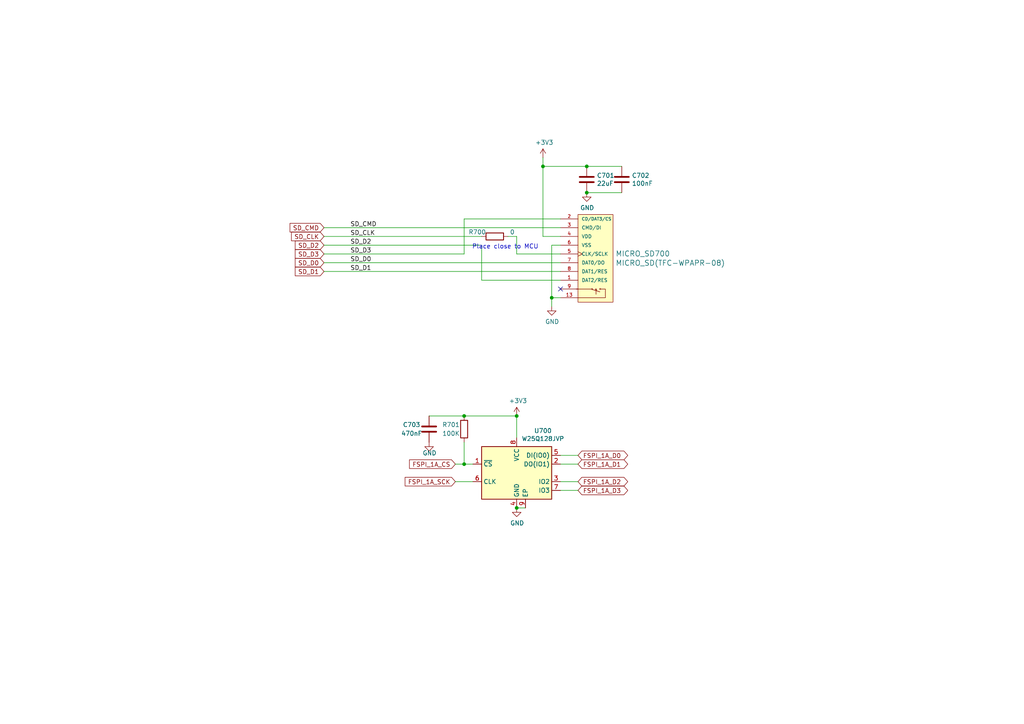
<source format=kicad_sch>
(kicad_sch (version 20210126) (generator eeschema)
  (paper "A4")
  (title_block (title "Fobu") (date "2021-02-17") (rev "0.3") (company "Wenting Zhang") (comment 1 "zephray@outlook.com"))
  (lib_symbols
    (symbol "Device:C" (pin_numbers hide) (pin_names (offset 0.254))
      (property "Reference" "C" (at 0.635 2.54 0))
      (property "Value" "C" (at 0.635 -2.54 0))
      (symbol "C_0_1"
        (polyline (pts (xy -2.032 -0.762) (xy 2.032 -0.762)) (stroke (width 0.508)))
        (polyline (pts (xy -2.032 0.762) (xy 2.032 0.762)) (stroke (width 0.508)))
      )
      (symbol "C_1_1"
        (pin passive line (at 0 3.81 270) (length 2.794) (name "~") (number "1"))
        (pin passive line (at 0 -3.81 90) (length 2.794) (name "~") (number "2"))
      )
    )
    (symbol "Device:R" (pin_numbers hide) (pin_names (offset 0))
      (property "Reference" "R" (at 2.032 0 90))
      (property "Value" "R" (at 0 0 90))
      (symbol "R_0_1"
        (rectangle (start -1.016 -2.54) (end 1.016 2.54) (stroke (width 0.254)))
      )
      (symbol "R_1_1"
        (pin passive line (at 0 3.81 270) (length 1.27) (name "~") (number "1"))
        (pin passive line (at 0 -3.81 90) (length 1.27) (name "~") (number "2"))
      )
    )
    (symbol "Memory_Flash:W25Q32JVZP"
      (property "Reference" "U" (at -8.89 8.89 0))
      (property "Value" "W25Q32JVZP" (at 7.62 8.89 0))
      (symbol "W25Q32JVZP_0_1"
        (rectangle (start -10.16 7.62) (end 10.16 -7.62) (stroke (width 0.254)) (fill (type background)))
      )
      (symbol "W25Q32JVZP_1_1"
        (pin input line (at -12.7 2.54 0) (length 2.54) (name "~CS") (number "1"))
        (pin bidirectional line (at 12.7 2.54 180) (length 2.54) (name "DO(IO1)") (number "2"))
        (pin bidirectional line (at 12.7 -2.54 180) (length 2.54) (name "IO2") (number "3"))
        (pin power_in line (at 0 -10.16 90) (length 2.54) (name "GND") (number "4"))
        (pin bidirectional line (at 12.7 5.08 180) (length 2.54) (name "DI(IO0)") (number "5"))
        (pin input line (at -12.7 -2.54 0) (length 2.54) (name "CLK") (number "6"))
        (pin bidirectional line (at 12.7 -5.08 180) (length 2.54) (name "IO3") (number "7"))
        (pin power_in line (at 0 10.16 270) (length 2.54) (name "VCC") (number "8"))
        (pin passive line (at 2.54 -10.16 90) (length 2.54) (name "EP") (number "9"))
      )
    )
    (symbol "power:+3V3" (power) (pin_names (offset 0))
      (property "Value" "+3V3" (at 0 3.556 0))
      (symbol "+3V3_0_1"
        (polyline (pts (xy -0.762 1.27) (xy 0 2.54)))
        (polyline (pts (xy 0 0) (xy 0 2.54)))
        (polyline (pts (xy 0 2.54) (xy 0.762 1.27)))
      )
      (symbol "+3V3_1_1"
        (pin power_in line (at 0 0 90) (length 0) hide (name "+3V3") (number "1"))
      )
    )
    (symbol "power:GND" (power) (pin_names (offset 0))
      (property "Value" "GND" (at 0 -3.81 0))
      (symbol "GND_0_1"
        (polyline (pts (xy 0 0) (xy 0 -1.27) (xy 1.27 -1.27) (xy 0 -2.54) (xy -1.27 -1.27) (xy 0 -1.27)))
      )
      (symbol "GND_1_1"
        (pin power_in line (at 0 0 270) (length 0) hide (name "GND") (number "1"))
      )
    )
    (symbol "symbols:MICRO_SD(TFC-WPAPR-08)" (pin_names (offset 1.016))
      (property "Reference" "MICRO_SD" (at 2.54 15.24 0))
      (property "Value" "MICRO_SD(TFC-WPAPR-08)" (at 0 -12.7 0))
      (symbol "MICRO_SD(TFC-WPAPR-08)_0_0"
        (rectangle (start -2.54 13.97) (end 7.62 -11.43) (fill (type background)))
        (polyline (pts (xy 2.6416 -7.5946) (xy 2.4638 -7.8994)))
        (polyline (pts (xy 2.6924 -7.6962) (xy 2.6924 -9.1694)))
        (polyline (pts (xy 2.667 -7.5438) (xy 2.921 -7.9756) (xy 2.8956 -7.9756)))
      )
      (symbol "MICRO_SD(TFC-WPAPR-08)_0_1"
        (circle (center 1.5494 -7.6454) (radius 0.1524))
        (circle (center 3.8862 -7.62) (radius 0.1524))
        (polyline (pts (xy -3.048 -7.6454) (xy 1.2954 -7.6454)))
        (polyline (pts (xy 1.7018 -7.7978) (xy 3.81 -8.4582)))
        (polyline (pts (xy -3.1496 -10.16) (xy 5.4102 -10.16) (xy 5.4102 -7.6454) (xy 4.1402 -7.6454)))
      )
      (symbol "MICRO_SD(TFC-WPAPR-08)_1_1"
        (pin bidirectional line (at -7.62 -5.08 0) (length 5.08) (name "DAT2/RES") (number "1"))
        (pin passive line (at -7.62 -10.16 0) (length 5.08) hide (name "~") (number "10"))
        (pin passive line (at -7.62 -10.16 0) (length 5.08) hide (name "~") (number "11"))
        (pin passive line (at -7.62 -10.16 0) (length 5.08) hide (name "~") (number "12"))
        (pin passive line (at -7.62 -10.16 0) (length 5.08) (name "~") (number "13"))
        (pin bidirectional line (at -7.62 12.7 0) (length 5.08) (name "CD/DAT3/CS") (number "2"))
        (pin input line (at -7.62 10.16 0) (length 5.08) (name "CMD/DI") (number "3"))
        (pin power_in line (at -7.62 7.62 0) (length 5.08) (name "VDD") (number "4"))
        (pin input clock (at -7.62 2.54 0) (length 5.08) (name "CLK/SCLK") (number "5"))
        (pin power_in line (at -7.62 5.08 0) (length 5.08) (name "VSS") (number "6"))
        (pin bidirectional line (at -7.62 0 0) (length 5.08) (name "DAT0/DO") (number "7"))
        (pin bidirectional line (at -7.62 -2.54 0) (length 5.08) (name "DAT1/RES") (number "8"))
        (pin passive line (at -7.62 -7.62 0) (length 5.08) (name "~") (number "9"))
      )
    )
  )
  (junction (at 134.62 120.65) (diameter 0.9144))
  (junction (at 134.62 134.62) (diameter 0.9144))
  (junction (at 149.86 120.65) (diameter 0.9144))
  (junction (at 149.86 147.32) (diameter 0.9144))
  (junction (at 157.48 48.26) (diameter 0.9144))
  (junction (at 160.02 86.36) (diameter 0.9144))
  (junction (at 170.18 48.26) (diameter 0.9144))
  (junction (at 170.18 55.88) (diameter 0.9144))
  (no_connect (at 162.56 83.82))
  (wire (pts (xy 93.98 66.04) (xy 162.56 66.04)))
  (wire (pts (xy 93.98 68.58) (xy 139.7 68.58)))
  (wire (pts (xy 93.98 71.12) (xy 139.7 71.12)))
  (wire (pts (xy 93.98 73.66) (xy 134.62 73.66)))
  (wire (pts (xy 93.98 76.2) (xy 162.56 76.2)))
  (wire (pts (xy 93.98 78.74) (xy 162.56 78.74)))
  (wire (pts (xy 124.46 120.65) (xy 134.62 120.65)))
  (wire (pts (xy 132.08 134.62) (xy 134.62 134.62)))
  (wire (pts (xy 132.08 139.7) (xy 137.16 139.7)))
  (wire (pts (xy 134.62 63.5) (xy 162.56 63.5)))
  (wire (pts (xy 134.62 73.66) (xy 134.62 63.5)))
  (wire (pts (xy 134.62 120.65) (xy 149.86 120.65)))
  (wire (pts (xy 134.62 128.27) (xy 134.62 134.62)))
  (wire (pts (xy 134.62 134.62) (xy 137.16 134.62)))
  (wire (pts (xy 139.7 71.12) (xy 139.7 81.28)))
  (wire (pts (xy 139.7 81.28) (xy 162.56 81.28)))
  (wire (pts (xy 147.32 68.58) (xy 149.86 68.58)))
  (wire (pts (xy 149.86 68.58) (xy 149.86 73.66)))
  (wire (pts (xy 149.86 73.66) (xy 162.56 73.66)))
  (wire (pts (xy 149.86 127) (xy 149.86 120.65)))
  (wire (pts (xy 152.4 147.32) (xy 149.86 147.32)))
  (wire (pts (xy 157.48 45.72) (xy 157.48 48.26)))
  (wire (pts (xy 157.48 48.26) (xy 170.18 48.26)))
  (wire (pts (xy 157.48 68.58) (xy 157.48 48.26)))
  (wire (pts (xy 157.48 68.58) (xy 162.56 68.58)))
  (wire (pts (xy 160.02 71.12) (xy 160.02 86.36)))
  (wire (pts (xy 160.02 86.36) (xy 160.02 88.9)))
  (wire (pts (xy 162.56 71.12) (xy 160.02 71.12)))
  (wire (pts (xy 162.56 86.36) (xy 160.02 86.36)))
  (wire (pts (xy 162.56 132.08) (xy 167.64 132.08)))
  (wire (pts (xy 162.56 134.62) (xy 167.64 134.62)))
  (wire (pts (xy 162.56 139.7) (xy 167.64 139.7)))
  (wire (pts (xy 162.56 142.24) (xy 167.64 142.24)))
  (wire (pts (xy 180.34 48.26) (xy 170.18 48.26)))
  (wire (pts (xy 180.34 55.88) (xy 170.18 55.88)))
  (text "Place close to MCU" (at 156.21 72.39 180) (effects (font (size 1.27 1.27)) (justify right bottom)))
  (label "SD_CMD" (at 101.6 66.04 0))
  (label "SD_CLK" (at 101.6 68.58 0))
  (label "SD_D2" (at 101.6 71.12 0))
  (label "SD_D3" (at 101.6 73.66 0))
  (label "SD_D0" (at 101.6 76.2 0))
  (label "SD_D1" (at 101.6 78.74 0))
  (global_label "SD_CMD" (shape input) (at 93.98 66.04 180) (property "Intersheet References" "${INTERSHEET_REFS}" (effects hide)))
  (global_label "SD_CLK" (shape input) (at 93.98 68.58 180) (property "Intersheet References" "${INTERSHEET_REFS}" (effects hide)))
  (global_label "SD_D2" (shape input) (at 93.98 71.12 180) (property "Intersheet References" "${INTERSHEET_REFS}" (effects hide)))
  (global_label "SD_D3" (shape input) (at 93.98 73.66 180) (property "Intersheet References" "${INTERSHEET_REFS}" (effects hide)))
  (global_label "SD_D0" (shape input) (at 93.98 76.2 180) (property "Intersheet References" "${INTERSHEET_REFS}" (effects hide)))
  (global_label "SD_D1" (shape input) (at 93.98 78.74 180) (property "Intersheet References" "${INTERSHEET_REFS}" (effects hide)))
  (global_label "FSPI_1A_CS" (shape input) (at 132.08 134.62 180) (property "Intersheet References" "${INTERSHEET_REFS}" (effects hide)))
  (global_label "FSPI_1A_SCK" (shape input) (at 132.08 139.7 180) (property "Intersheet References" "${INTERSHEET_REFS}" (effects hide)))
  (global_label "FSPI_1A_D0" (shape bidirectional) (at 167.64 132.08 0) (property "Intersheet References" "${INTERSHEET_REFS}" (effects hide)))
  (global_label "FSPI_1A_D1" (shape bidirectional) (at 167.64 134.62 0) (property "Intersheet References" "${INTERSHEET_REFS}" (effects hide)))
  (global_label "FSPI_1A_D2" (shape bidirectional) (at 167.64 139.7 0) (property "Intersheet References" "${INTERSHEET_REFS}" (effects hide)))
  (global_label "FSPI_1A_D3" (shape bidirectional) (at 167.64 142.24 0) (property "Intersheet References" "${INTERSHEET_REFS}" (effects hide)))
  (symbol (lib_id "power:+3V3") (at 149.86 120.65 0) (unit 1)
    (property "Reference" "#PWR0246" (effects hide))
    (property "Value" "+3V3" (at 150.241 116.2558 0))
  )
  (symbol (lib_id "power:+3V3") (at 157.48 45.72 0) (unit 1)
    (property "Reference" "#PWR0203" (effects hide))
    (property "Value" "+3V3" (at 157.861 41.3258 0))
  )
  (symbol (lib_id "power:GND") (at 124.46 128.27 0) (unit 1)
    (property "Reference" "#PWR0245" (effects hide))
    (property "Value" "GND" (at 124.587 131.3942 0))
  )
  (symbol (lib_id "power:GND") (at 149.86 147.32 0) (unit 1)
    (property "Reference" "#PWR0247" (effects hide))
    (property "Value" "GND" (at 149.987 151.7142 0))
  )
  (symbol (lib_id "power:GND") (at 160.02 88.9 0) (unit 1)
    (property "Reference" "#PWR0200" (effects hide))
    (property "Value" "GND" (at 160.147 93.2942 0))
  )
  (symbol (lib_id "power:GND") (at 170.18 55.88 0) (unit 1)
    (property "Reference" "#PWR0202" (effects hide))
    (property "Value" "GND" (at 170.307 60.2742 0))
  )
  (symbol (lib_id "Device:R") (at 134.62 124.46 0) (unit 1)
    (property "Reference" "R701" (at 130.81 123.19 0))
    (property "Value" "100K" (at 130.81 125.73 0))
    (property "Footprint" "Capacitor_SMD:C_0402_1005Metric" (effects hide))
  )
  (symbol (lib_id "Device:R") (at 143.51 68.58 270) (unit 1)
    (property "Reference" "R700" (at 138.43 67.31 90))
    (property "Value" "0" (at 148.59 67.31 90))
    (property "Footprint" "Resistor_SMD:R_0402_1005Metric" (effects hide))
  )
  (symbol (lib_id "Device:C") (at 124.46 124.46 180) (unit 1)
    (property "Reference" "C703" (at 119.38 123.19 0))
    (property "Value" "470nF" (at 119.38 125.73 0))
    (property "Footprint" "Capacitor_SMD:C_0201_0603Metric" (effects hide))
  )
  (symbol (lib_id "Device:C") (at 170.18 52.07 0) (unit 1)
    (property "Reference" "C701" (at 173.101 50.902 0) (effects (justify left)))
    (property "Value" "22uF" (at 173.101 53.213 0) (effects (justify left)))
    (property "Footprint" "Capacitor_SMD:C_0603_1608Metric" (effects hide))
  )
  (symbol (lib_id "Device:C") (at 180.34 52.07 0) (unit 1)
    (property "Reference" "C702" (at 183.261 50.902 0) (effects (justify left)))
    (property "Value" "100nF" (at 183.261 53.213 0) (effects (justify left)))
    (property "Footprint" "Capacitor_SMD:C_0201_0603Metric" (effects hide))
  )
  (symbol (lib_id "symbols:MICRO_SD(TFC-WPAPR-08)") (at 170.18 76.2 0) (unit 1)
    (property "Reference" "MICRO_SD700" (at 178.511 73.584 0) (effects (font (size 1.524 1.524)) (justify left)))
    (property "Value" "MICRO_SD(TFC-WPAPR-08)" (at 178.5112 76.2762 0) (effects (font (size 1.524 1.524)) (justify left)))
    (property "Footprint" "footprint:TFC-WPAPR-08" (effects hide))
  )
  (symbol (lib_id "Memory_Flash:W25Q32JVZP") (at 149.86 137.16 0) (unit 1)
    (property "Reference" "U700" (at 157.48 124.943 0))
    (property "Value" "W25Q128JVP" (at 157.48 127.254 0))
    (property "Footprint" "Package_SON:WSON-8-1EP_6x5mm_P1.27mm_EP3.4x4.3mm" (effects hide))
    (property "Datasheet" "http://www.winbond.com/resource-files/w25q32jv%20revg%2003272018%20plus.pdf" (effects hide))
  )
)
</source>
